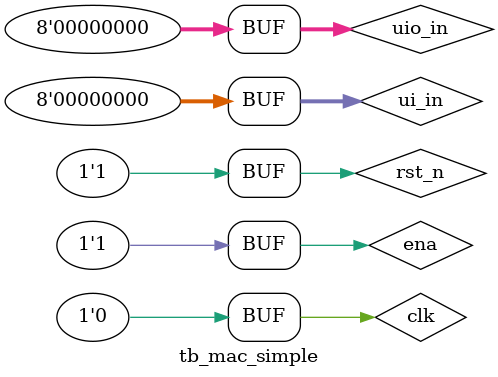
<source format=v>
`timescale 1ns / 1ps

module tb_mac_simple;
    // Clock and reset signals
    reg clk;
    reg rst_n;
    
    // TinyTapeout interface signals
    reg [7:0] ui_in;     // Dedicated inputs - Data_A
    wire [7:0] uo_out;   // Dedicated outputs - Result[7:0]
    reg [7:0] uio_in;    // Bidirectional inputs - Data_B[6:0] + Clear_and_Mult
    wire [7:0] uio_out;  // Bidirectional outputs - Result[15:8] + Overflow
    wire [7:0] uio_oe;   // Bidirectional enable
    reg ena;             // Enable signal

    // TinyTapeout top module
    tt_um_BryanKuang_mac_peripheral dut (
        .ui_in(ui_in),
        .uo_out(uo_out),
        .uio_in(uio_in),
        .uio_out(uio_out),
        .uio_oe(uio_oe),
        .ena(ena),
        .clk(clk),
        .rst_n(rst_n)
    );

    // Initialize signals (but don't run any tests)
    initial begin
        clk = 0;
        rst_n = 1;
        ena = 1;
        ui_in = 0;
        uio_in = 0;
    end

    // Generate VCD for waveform viewing
    initial begin
        $dumpfile("mac_simple_test.vcd");
        $dumpvars(0, tb_mac_simple);
    end

endmodule 
</source>
